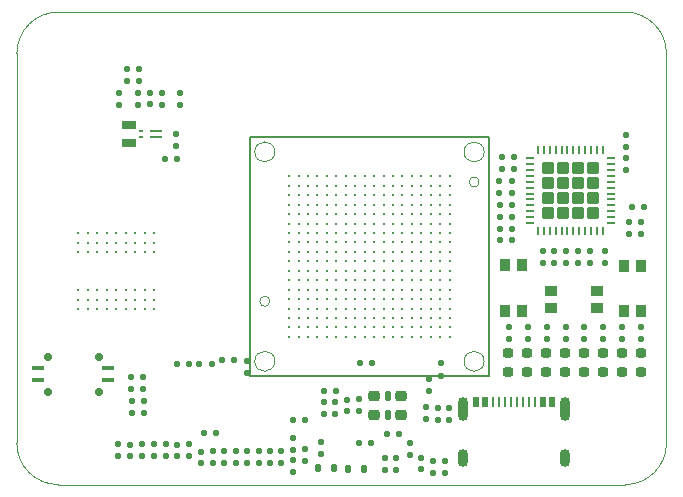
<source format=gtp>
G04 #@! TF.GenerationSoftware,KiCad,Pcbnew,9.0.1+dfsg-1*
G04 #@! TF.CreationDate,2025-07-10T12:54:23+02:00*
G04 #@! TF.ProjectId,ulx5m-gs,756c7835-6d2d-4677-932e-6b696361645f,rev?*
G04 #@! TF.SameCoordinates,Original*
G04 #@! TF.FileFunction,Paste,Top*
G04 #@! TF.FilePolarity,Positive*
%FSLAX46Y46*%
G04 Gerber Fmt 4.6, Leading zero omitted, Abs format (unit mm)*
G04 Created by KiCad (PCBNEW 9.0.1+dfsg-1) date 2025-07-10 12:54:23*
%MOMM*%
%LPD*%
G01*
G04 APERTURE LIST*
G04 Aperture macros list*
%AMRoundRect*
0 Rectangle with rounded corners*
0 $1 Rounding radius*
0 $2 $3 $4 $5 $6 $7 $8 $9 X,Y pos of 4 corners*
0 Add a 4 corners polygon primitive as box body*
4,1,4,$2,$3,$4,$5,$6,$7,$8,$9,$2,$3,0*
0 Add four circle primitives for the rounded corners*
1,1,$1+$1,$2,$3*
1,1,$1+$1,$4,$5*
1,1,$1+$1,$6,$7*
1,1,$1+$1,$8,$9*
0 Add four rect primitives between the rounded corners*
20,1,$1+$1,$2,$3,$4,$5,0*
20,1,$1+$1,$4,$5,$6,$7,0*
20,1,$1+$1,$6,$7,$8,$9,0*
20,1,$1+$1,$8,$9,$2,$3,0*%
G04 Aperture macros list end*
%ADD10C,0.150000*%
%ADD11C,0.100000*%
%ADD12RoundRect,0.110000X0.160000X-0.110000X0.160000X0.110000X-0.160000X0.110000X-0.160000X-0.110000X0*%
%ADD13RoundRect,0.110000X0.110000X0.160000X-0.110000X0.160000X-0.110000X-0.160000X0.110000X-0.160000X0*%
%ADD14RoundRect,0.115000X-0.145000X0.115000X-0.145000X-0.115000X0.145000X-0.115000X0.145000X0.115000X0*%
%ADD15RoundRect,0.193750X-0.231250X0.193750X-0.231250X-0.193750X0.231250X-0.193750X0.231250X0.193750X0*%
%ADD16RoundRect,0.115000X0.145000X-0.115000X0.145000X0.115000X-0.145000X0.115000X-0.145000X-0.115000X0*%
%ADD17C,0.300000*%
%ADD18R,1.050000X0.950000*%
%ADD19RoundRect,0.110000X-0.160000X0.110000X-0.160000X-0.110000X0.160000X-0.110000X0.160000X0.110000X0*%
%ADD20RoundRect,0.110000X-0.110000X-0.160000X0.110000X-0.160000X0.110000X0.160000X-0.110000X0.160000X0*%
%ADD21RoundRect,0.125000X0.125000X0.175000X-0.125000X0.175000X-0.125000X-0.175000X0.125000X-0.175000X0*%
%ADD22RoundRect,0.122500X0.147500X-0.122500X0.147500X0.122500X-0.147500X0.122500X-0.147500X-0.122500X0*%
%ADD23R,0.200000X0.900000*%
%ADD24R,0.500000X0.900000*%
%ADD25O,0.900000X1.500000*%
%ADD26O,0.900000X2.000000*%
%ADD27R,0.950000X1.050000*%
%ADD28RoundRect,0.250000X-0.270000X0.270000X-0.270000X-0.270000X0.270000X-0.270000X0.270000X0.270000X0*%
%ADD29RoundRect,0.037500X-0.037500X0.350000X-0.037500X-0.350000X0.037500X-0.350000X0.037500X0.350000X0*%
%ADD30RoundRect,0.037500X-0.350000X0.037500X-0.350000X-0.037500X0.350000X-0.037500X0.350000X0.037500X0*%
%ADD31RoundRect,0.225000X-0.250000X0.225000X-0.250000X-0.225000X0.250000X-0.225000X0.250000X0.225000X0*%
%ADD32RoundRect,0.137500X-0.137500X0.312500X-0.137500X-0.312500X0.137500X-0.312500X0.137500X0.312500X0*%
%ADD33RoundRect,0.100000X0.450000X0.100000X-0.450000X0.100000X-0.450000X-0.100000X0.450000X-0.100000X0*%
%ADD34RoundRect,0.150000X0.150000X0.150000X-0.150000X0.150000X-0.150000X-0.150000X0.150000X-0.150000X0*%
%ADD35R,0.103200X0.712800*%
%ADD36R,0.103200X0.408000*%
%ADD37R,0.992200X0.154000*%
%ADD38R,0.408000X0.154000*%
G04 #@! TA.AperFunction,Profile*
%ADD39C,0.100000*%
G04 #@! TD*
G04 APERTURE END LIST*
D10*
X78947500Y-68067500D02*
X99172500Y-68067500D01*
X99172500Y-88292500D01*
X78947500Y-88292500D01*
X78947500Y-68067500D01*
D11*
X69176602Y-67325000D02*
X68073401Y-67325000D01*
X68073401Y-66727000D01*
X69176602Y-66727000D01*
X69176602Y-67325000D01*
G36*
X69176602Y-67325000D02*
G01*
X68073401Y-67325000D01*
X68073401Y-66727000D01*
X69176602Y-66727000D01*
X69176602Y-67325000D01*
G37*
X69176602Y-68823000D02*
X68073401Y-68823000D01*
X68073401Y-68225000D01*
X69176602Y-68225000D01*
X69176602Y-68823000D01*
G36*
X69176602Y-68823000D02*
G01*
X68073401Y-68823000D01*
X68073401Y-68225000D01*
X69176602Y-68225000D01*
X69176602Y-68823000D01*
G37*
D12*
X73810000Y-95090000D03*
X73810000Y-94070000D03*
D13*
X101270000Y-70740000D03*
X100250000Y-70740000D03*
D14*
X93870000Y-90930000D03*
X93870000Y-91890000D03*
D15*
X107230000Y-86352500D03*
X107230000Y-87927500D03*
D16*
X76760000Y-95630000D03*
X76760000Y-94670000D03*
D17*
X82260000Y-71380000D03*
X83060000Y-71380000D03*
X83860000Y-71380000D03*
X84660000Y-71380000D03*
X85460000Y-71380000D03*
X86260000Y-71380000D03*
X87060000Y-71380000D03*
X87860000Y-71380000D03*
X88660000Y-71380000D03*
X89460000Y-71380000D03*
X90260000Y-71380000D03*
X91060000Y-71380000D03*
X91860000Y-71380000D03*
X92660000Y-71380000D03*
X93460000Y-71380000D03*
X94260000Y-71380000D03*
X95060000Y-71380000D03*
X95860000Y-71380000D03*
X82260000Y-72180000D03*
X83060000Y-72180000D03*
X83860000Y-72180000D03*
X84660000Y-72180000D03*
X85460000Y-72180000D03*
X86260000Y-72180000D03*
X87060000Y-72180000D03*
X87860000Y-72180000D03*
X88660000Y-72180000D03*
X89460000Y-72180000D03*
X90260000Y-72180000D03*
X91060000Y-72180000D03*
X91860000Y-72180000D03*
X92660000Y-72180000D03*
X93460000Y-72180000D03*
X94260000Y-72180000D03*
X95060000Y-72180000D03*
X95860000Y-72180000D03*
X82260000Y-72980000D03*
X83060000Y-72980000D03*
X83860000Y-72980000D03*
X84660000Y-72980000D03*
X85460000Y-72980000D03*
X86260000Y-72980000D03*
X87060000Y-72980000D03*
X87860000Y-72980000D03*
X88660000Y-72980000D03*
X89460000Y-72980000D03*
X90260000Y-72980000D03*
X91060000Y-72980000D03*
X91860000Y-72980000D03*
X92660000Y-72980000D03*
X93460000Y-72980000D03*
X94260000Y-72980000D03*
X95060000Y-72980000D03*
X95860000Y-72980000D03*
X82260000Y-73780000D03*
X83060000Y-73780000D03*
X83860000Y-73780000D03*
X84660000Y-73780000D03*
X85460000Y-73780000D03*
X86260000Y-73780000D03*
X87060000Y-73780000D03*
X87860000Y-73780000D03*
X88660000Y-73780000D03*
X89460000Y-73780000D03*
X90260000Y-73780000D03*
X91060000Y-73780000D03*
X91860000Y-73780000D03*
X92660000Y-73780000D03*
X93460000Y-73780000D03*
X94260000Y-73780000D03*
X95060000Y-73780000D03*
X95860000Y-73780000D03*
X82260000Y-74580000D03*
X83060000Y-74580000D03*
X83860000Y-74580000D03*
X84660000Y-74580000D03*
X85460000Y-74580000D03*
X86260000Y-74580000D03*
X87060000Y-74580000D03*
X87860000Y-74580000D03*
X88660000Y-74580000D03*
X89460000Y-74580000D03*
X90260000Y-74580000D03*
X91060000Y-74580000D03*
X91860000Y-74580000D03*
X92660000Y-74580000D03*
X93460000Y-74580000D03*
X94260000Y-74580000D03*
X95060000Y-74580000D03*
X95860000Y-74580000D03*
X82260000Y-75380000D03*
X83060000Y-75380000D03*
X83860000Y-75380000D03*
X84660000Y-75380000D03*
X85460000Y-75380000D03*
X86260000Y-75380000D03*
X87060000Y-75380000D03*
X87860000Y-75380000D03*
X88660000Y-75380000D03*
X89460000Y-75380000D03*
X90260000Y-75380000D03*
X91060000Y-75380000D03*
X91860000Y-75380000D03*
X92660000Y-75380000D03*
X93460000Y-75380000D03*
X94260000Y-75380000D03*
X95060000Y-75380000D03*
X95860000Y-75380000D03*
X82260000Y-76180000D03*
X83060000Y-76180000D03*
X83860000Y-76180000D03*
X84660000Y-76180000D03*
X85460000Y-76180000D03*
X86260000Y-76180000D03*
X87060000Y-76180000D03*
X87860000Y-76180000D03*
X88660000Y-76180000D03*
X89460000Y-76180000D03*
X90260000Y-76180000D03*
X91060000Y-76180000D03*
X91860000Y-76180000D03*
X92660000Y-76180000D03*
X93460000Y-76180000D03*
X94260000Y-76180000D03*
X95060000Y-76180000D03*
X95860000Y-76180000D03*
X82260000Y-76980000D03*
X83060000Y-76980000D03*
X83860000Y-76980000D03*
X84660000Y-76980000D03*
X85460000Y-76980000D03*
X86260000Y-76980000D03*
X87060000Y-76980000D03*
X87860000Y-76980000D03*
X88660000Y-76980000D03*
X89460000Y-76980000D03*
X90260000Y-76980000D03*
X91060000Y-76980000D03*
X91860000Y-76980000D03*
X92660000Y-76980000D03*
X93460000Y-76980000D03*
X94260000Y-76980000D03*
X95060000Y-76980000D03*
X95860000Y-76980000D03*
X82260000Y-77780000D03*
X83060000Y-77780000D03*
X83860000Y-77780000D03*
X84660000Y-77780000D03*
X85460000Y-77780000D03*
X86260000Y-77780000D03*
X87060000Y-77780000D03*
X87860000Y-77780000D03*
X88660000Y-77780000D03*
X89460000Y-77780000D03*
X90260000Y-77780000D03*
X91060000Y-77780000D03*
X91860000Y-77780000D03*
X92660000Y-77780000D03*
X93460000Y-77780000D03*
X94260000Y-77780000D03*
X95060000Y-77780000D03*
X95860000Y-77780000D03*
X82260000Y-78580000D03*
X83060000Y-78580000D03*
X83860000Y-78580000D03*
X84660000Y-78580000D03*
X85460000Y-78580000D03*
X86260000Y-78580000D03*
X87060000Y-78580000D03*
X87860000Y-78580000D03*
X88660000Y-78580000D03*
X89460000Y-78580000D03*
X90260000Y-78580000D03*
X91060000Y-78580000D03*
X91860000Y-78580000D03*
X92660000Y-78580000D03*
X93460000Y-78580000D03*
X94260000Y-78580000D03*
X95060000Y-78580000D03*
X95860000Y-78580000D03*
X82260000Y-79380000D03*
X83060000Y-79380000D03*
X83860000Y-79380000D03*
X84660000Y-79380000D03*
X85460000Y-79380000D03*
X86260000Y-79380000D03*
X87060000Y-79380000D03*
X87860000Y-79380000D03*
X88660000Y-79380000D03*
X89460000Y-79380000D03*
X90260000Y-79380000D03*
X91060000Y-79380000D03*
X91860000Y-79380000D03*
X92660000Y-79380000D03*
X93460000Y-79380000D03*
X94260000Y-79380000D03*
X95060000Y-79380000D03*
X95860000Y-79380000D03*
X82260000Y-80180000D03*
X83060000Y-80180000D03*
X83860000Y-80180000D03*
X84660000Y-80180000D03*
X85460000Y-80180000D03*
X86260000Y-80180000D03*
X87060000Y-80180000D03*
X87860000Y-80180000D03*
X88660000Y-80180000D03*
X89460000Y-80180000D03*
X90260000Y-80180000D03*
X91060000Y-80180000D03*
X91860000Y-80180000D03*
X92660000Y-80180000D03*
X93460000Y-80180000D03*
X94260000Y-80180000D03*
X95060000Y-80180000D03*
X95860000Y-80180000D03*
X82260000Y-80980000D03*
X83060000Y-80980000D03*
X83860000Y-80980000D03*
X84660000Y-80980000D03*
X85460000Y-80980000D03*
X86260000Y-80980000D03*
X87060000Y-80980000D03*
X87860000Y-80980000D03*
X88660000Y-80980000D03*
X89460000Y-80980000D03*
X90260000Y-80980000D03*
X91060000Y-80980000D03*
X91860000Y-80980000D03*
X92660000Y-80980000D03*
X93460000Y-80980000D03*
X94260000Y-80980000D03*
X95060000Y-80980000D03*
X95860000Y-80980000D03*
X82260000Y-81780000D03*
X83060000Y-81780000D03*
X83860000Y-81780000D03*
X84660000Y-81780000D03*
X85460000Y-81780000D03*
X86260000Y-81780000D03*
X87060000Y-81780000D03*
X87860000Y-81780000D03*
X88660000Y-81780000D03*
X89460000Y-81780000D03*
X90260000Y-81780000D03*
X91060000Y-81780000D03*
X91860000Y-81780000D03*
X92660000Y-81780000D03*
X93460000Y-81780000D03*
X94260000Y-81780000D03*
X95060000Y-81780000D03*
X95860000Y-81780000D03*
X82260000Y-82580000D03*
X83060000Y-82580000D03*
X83860000Y-82580000D03*
X84660000Y-82580000D03*
X85460000Y-82580000D03*
X86260000Y-82580000D03*
X87060000Y-82580000D03*
X87860000Y-82580000D03*
X88660000Y-82580000D03*
X89460000Y-82580000D03*
X90260000Y-82580000D03*
X91060000Y-82580000D03*
X91860000Y-82580000D03*
X92660000Y-82580000D03*
X93460000Y-82580000D03*
X94260000Y-82580000D03*
X95060000Y-82580000D03*
X95860000Y-82580000D03*
X82260000Y-83380000D03*
X83060000Y-83380000D03*
X83860000Y-83380000D03*
X84660000Y-83380000D03*
X85460000Y-83380000D03*
X86260000Y-83380000D03*
X87060000Y-83380000D03*
X87860000Y-83380000D03*
X88660000Y-83380000D03*
X89460000Y-83380000D03*
X90260000Y-83380000D03*
X91060000Y-83380000D03*
X91860000Y-83380000D03*
X92660000Y-83380000D03*
X93460000Y-83380000D03*
X94260000Y-83380000D03*
X95060000Y-83380000D03*
X95860000Y-83380000D03*
X82260000Y-84180000D03*
X83060000Y-84180000D03*
X83860000Y-84180000D03*
X84660000Y-84180000D03*
X85460000Y-84180000D03*
X86260000Y-84180000D03*
X87060000Y-84180000D03*
X87860000Y-84180000D03*
X88660000Y-84180000D03*
X89460000Y-84180000D03*
X90260000Y-84180000D03*
X91060000Y-84180000D03*
X91860000Y-84180000D03*
X92660000Y-84180000D03*
X93460000Y-84180000D03*
X94260000Y-84180000D03*
X95060000Y-84180000D03*
X95860000Y-84180000D03*
X82260000Y-84980000D03*
X83060000Y-84980000D03*
X83860000Y-84980000D03*
X84660000Y-84980000D03*
X85460000Y-84980000D03*
X86260000Y-84980000D03*
X87060000Y-84980000D03*
X87860000Y-84980000D03*
X88660000Y-84980000D03*
X89460000Y-84980000D03*
X90260000Y-84980000D03*
X91060000Y-84980000D03*
X91860000Y-84980000D03*
X92660000Y-84980000D03*
X93460000Y-84980000D03*
X94260000Y-84980000D03*
X95060000Y-84980000D03*
X95860000Y-84980000D03*
D16*
X81610000Y-95630000D03*
X81610000Y-94670000D03*
D13*
X112045000Y-75290000D03*
X111025000Y-75290000D03*
D15*
X112030000Y-86352500D03*
X112030000Y-87927500D03*
D16*
X87160000Y-91240000D03*
X87160000Y-90280000D03*
D18*
X108298748Y-82540000D03*
X104448748Y-82540000D03*
X108298748Y-81090000D03*
X104448748Y-81090000D03*
D12*
X105670000Y-85157500D03*
X105670000Y-84137500D03*
D14*
X90370000Y-95250000D03*
X90370000Y-96210000D03*
D19*
X95430000Y-95500000D03*
X95430000Y-96520000D03*
D16*
X70505001Y-65287000D03*
X70505001Y-64327000D03*
D19*
X103715000Y-77690000D03*
X103715000Y-78710000D03*
D20*
X88260000Y-87210000D03*
X89280000Y-87210000D03*
D13*
X73750000Y-87280000D03*
X72730000Y-87280000D03*
D19*
X110775000Y-69820000D03*
X110775000Y-70840000D03*
X95150000Y-87230000D03*
X95150000Y-88250000D03*
D16*
X80640000Y-95630000D03*
X80640000Y-94670000D03*
D19*
X78660000Y-87030000D03*
X78660000Y-88050000D03*
D12*
X107260000Y-85157500D03*
X107260000Y-84137500D03*
D16*
X77730000Y-95630000D03*
X77730000Y-94670000D03*
D20*
X88140000Y-93990000D03*
X89160000Y-93990000D03*
D16*
X72695000Y-68775000D03*
X72695000Y-67815000D03*
D12*
X104080000Y-85157500D03*
X104080000Y-84137500D03*
D15*
X100830000Y-86352500D03*
X100830000Y-87927500D03*
D17*
X70821722Y-76220000D03*
X70821722Y-77020000D03*
X70821722Y-77820000D03*
X70821722Y-81020000D03*
X70821722Y-81820000D03*
X70821722Y-82620000D03*
X70021722Y-76220000D03*
X70021722Y-77020000D03*
X70021722Y-77820000D03*
X70021722Y-81020000D03*
X70021722Y-81820000D03*
X70021722Y-82620000D03*
X69221722Y-76220000D03*
X69221722Y-77020000D03*
X69221722Y-77820000D03*
X69221722Y-81020000D03*
X69221722Y-81820000D03*
X69221722Y-82620000D03*
X68421722Y-76220000D03*
X68421722Y-77020000D03*
X68421722Y-77820000D03*
X68421722Y-81020000D03*
X68421722Y-81820000D03*
X68421722Y-82620000D03*
X67621722Y-76220000D03*
X67621722Y-77020000D03*
X67621722Y-77820000D03*
X67621722Y-81020000D03*
X67621722Y-81820000D03*
X67621722Y-82620000D03*
X66821722Y-76220000D03*
X66821722Y-77020000D03*
X66821722Y-77820000D03*
X66821722Y-81020000D03*
X66821722Y-81820000D03*
X66821722Y-82620000D03*
X66021722Y-76220000D03*
X66021722Y-77020000D03*
X66021722Y-77820000D03*
X66021722Y-81020000D03*
X66021722Y-81820000D03*
X66021722Y-82620000D03*
X65221722Y-76220000D03*
X65221722Y-77020000D03*
X65221722Y-77820000D03*
X65221722Y-81020000D03*
X65221722Y-81820000D03*
X65221722Y-82620000D03*
X64421722Y-76220000D03*
X64421722Y-77020000D03*
X64421722Y-77820000D03*
X64421722Y-81020000D03*
X64421722Y-81820000D03*
X64421722Y-82620000D03*
D15*
X102430000Y-86352500D03*
X102430000Y-87927500D03*
D16*
X74810000Y-95650000D03*
X74810000Y-94690000D03*
D14*
X93440000Y-95230000D03*
X93440000Y-96190000D03*
D12*
X69495001Y-65327000D03*
X69495001Y-64307000D03*
D15*
X105630000Y-86352500D03*
X105630000Y-87927500D03*
D21*
X87220000Y-96130000D03*
X88620000Y-96130000D03*
D22*
X72810000Y-95067500D03*
X72810000Y-94097500D03*
D19*
X71814887Y-94072128D03*
X71814887Y-95092128D03*
D12*
X100900000Y-85157500D03*
X100900000Y-84137500D03*
D15*
X110430000Y-86352500D03*
X110430000Y-87927500D03*
X108830000Y-86352500D03*
X108830000Y-87927500D03*
D20*
X90540000Y-93180000D03*
X91560000Y-93180000D03*
D12*
X110440000Y-85157500D03*
X110440000Y-84137500D03*
D14*
X91310000Y-95250000D03*
X91310000Y-96210000D03*
D16*
X82580000Y-94530000D03*
X82580000Y-93570000D03*
D13*
X86220000Y-89580000D03*
X85200000Y-89580000D03*
D23*
X100050000Y-90513750D03*
X101050000Y-90513750D03*
X101550000Y-90513750D03*
X102550000Y-90513750D03*
X103050000Y-90513750D03*
X102050000Y-90513750D03*
X100550000Y-90513750D03*
X99550000Y-90513750D03*
D24*
X98075000Y-90513750D03*
X104525000Y-90513750D03*
D25*
X96982000Y-95268750D03*
D26*
X96982000Y-91088750D03*
X105618000Y-91088750D03*
D25*
X105618000Y-95268750D03*
D24*
X98850000Y-90513750D03*
X103750000Y-90513750D03*
D19*
X83580000Y-94480000D03*
X83580000Y-95500000D03*
D13*
X112045000Y-76300000D03*
X111025000Y-76300000D03*
X101120000Y-74810000D03*
X100100000Y-74810000D03*
D19*
X82590000Y-95430000D03*
X82590000Y-96450000D03*
X105725000Y-77680000D03*
X105725000Y-78700000D03*
D13*
X101120000Y-76810000D03*
X100100000Y-76810000D03*
D14*
X85210000Y-90530000D03*
X85210000Y-91490000D03*
D13*
X101090000Y-72810000D03*
X100070000Y-72810000D03*
D19*
X70784887Y-94072128D03*
X70784887Y-95092128D03*
D22*
X68760000Y-95070000D03*
X68760000Y-94100000D03*
D13*
X101270000Y-69740000D03*
X100250000Y-69740000D03*
D19*
X110775000Y-67900000D03*
X110775000Y-68920000D03*
D13*
X69515001Y-62337000D03*
X68495001Y-62337000D03*
D19*
X106725000Y-77680000D03*
X106725000Y-78700000D03*
D27*
X112065000Y-78945000D03*
X112065000Y-82795000D03*
X110615000Y-78945000D03*
X110615000Y-82795000D03*
D16*
X88140000Y-91230000D03*
X88140000Y-90270000D03*
D19*
X109005000Y-77690000D03*
X109005000Y-78710000D03*
D14*
X86180000Y-90530000D03*
X86180000Y-91490000D03*
D13*
X101090000Y-71810000D03*
X100070000Y-71810000D03*
D12*
X95780000Y-92000000D03*
X95780000Y-90980000D03*
D19*
X71515001Y-64327000D03*
X71515001Y-65347000D03*
D12*
X94840000Y-92000000D03*
X94840000Y-90980000D03*
D19*
X67760000Y-94070000D03*
X67760000Y-95090000D03*
D20*
X68920000Y-90390000D03*
X69940000Y-90390000D03*
X68880000Y-89380000D03*
X69900000Y-89380000D03*
D19*
X107725000Y-77690000D03*
X107725000Y-78710000D03*
D21*
X84680000Y-96120000D03*
X86080000Y-96120000D03*
D19*
X84970000Y-93850000D03*
X84970000Y-94870000D03*
D12*
X108850000Y-85157500D03*
X108850000Y-84137500D03*
X102490000Y-85157500D03*
X102490000Y-84137500D03*
X67885001Y-65347000D03*
X67885001Y-64327000D03*
D28*
X108007500Y-70655000D03*
X106717500Y-70655000D03*
X105427500Y-70655000D03*
X104137500Y-70655000D03*
X108007500Y-71945000D03*
X106717500Y-71945000D03*
X105427500Y-71945000D03*
X104137500Y-71945000D03*
X108007500Y-73235000D03*
X106717500Y-73235000D03*
X105427500Y-73235000D03*
X104137500Y-73235000D03*
X108007500Y-74525000D03*
X106717500Y-74525000D03*
X105427500Y-74525000D03*
X104137500Y-74525000D03*
D29*
X108822500Y-69152500D03*
X108322500Y-69152500D03*
X107822500Y-69152500D03*
X107322500Y-69152500D03*
X106822500Y-69152500D03*
X106322500Y-69152500D03*
X105822500Y-69152500D03*
X105322500Y-69152500D03*
X104822500Y-69152500D03*
X104322500Y-69152500D03*
X103822500Y-69152500D03*
X103322500Y-69152500D03*
D30*
X102635000Y-69840000D03*
X102635000Y-70340000D03*
X102635000Y-70840000D03*
X102635000Y-71340000D03*
X102635000Y-71840000D03*
X102635000Y-72340000D03*
X102635000Y-72840000D03*
X102635000Y-73340000D03*
X102635000Y-73840000D03*
X102635000Y-74340000D03*
X102635000Y-74840000D03*
X102635000Y-75340000D03*
D29*
X103322500Y-76027500D03*
X103822500Y-76027500D03*
X104322500Y-76027500D03*
X104822500Y-76027500D03*
X105322500Y-76027500D03*
X105822500Y-76027500D03*
X106322500Y-76027500D03*
X106822500Y-76027500D03*
X107322500Y-76027500D03*
X107822500Y-76027500D03*
X108322500Y-76027500D03*
X108822500Y-76027500D03*
D30*
X109510000Y-75340000D03*
X109510000Y-74840000D03*
X109510000Y-74340000D03*
X109510000Y-73840000D03*
X109510000Y-73340000D03*
X109510000Y-72840000D03*
X109510000Y-72340000D03*
X109510000Y-71840000D03*
X109510000Y-71340000D03*
X109510000Y-70840000D03*
X109510000Y-70340000D03*
X109510000Y-69840000D03*
D31*
X91725000Y-89970000D03*
D32*
X90600000Y-89970000D03*
D31*
X89475000Y-89970000D03*
X89475000Y-91570000D03*
D32*
X90600000Y-91570000D03*
D31*
X91725000Y-91570000D03*
D13*
X69515001Y-63347000D03*
X68495001Y-63347000D03*
D27*
X101955000Y-78905000D03*
X101955000Y-82755000D03*
X100505000Y-78905000D03*
X100505000Y-82755000D03*
D12*
X94430000Y-96510000D03*
X94430000Y-95490000D03*
D33*
X66940000Y-88640000D03*
X66940000Y-87640000D03*
X61040000Y-87640000D03*
X61040000Y-88640000D03*
D34*
X66140000Y-89640000D03*
X66140000Y-86640000D03*
X61840000Y-89640000D03*
X61840000Y-86640000D03*
D19*
X69770000Y-94070000D03*
X69770000Y-95090000D03*
D16*
X78690000Y-95630000D03*
X78690000Y-94670000D03*
D13*
X69940000Y-91410000D03*
X68920000Y-91410000D03*
D16*
X75780000Y-95640000D03*
X75780000Y-94680000D03*
D13*
X101120000Y-75810000D03*
X100100000Y-75810000D03*
X101120000Y-73810000D03*
X100100000Y-73810000D03*
X77620000Y-86970000D03*
X76600000Y-86970000D03*
X69890000Y-88370000D03*
X68870000Y-88370000D03*
D12*
X112030000Y-85157500D03*
X112030000Y-84137500D03*
D19*
X94140000Y-88530000D03*
X94140000Y-89550000D03*
D20*
X75040000Y-93090000D03*
X76060000Y-93090000D03*
D19*
X104715000Y-77690000D03*
X104715000Y-78710000D03*
D13*
X75690000Y-87270000D03*
X74670000Y-87270000D03*
D12*
X73045000Y-65325000D03*
X73045000Y-64305000D03*
D20*
X82610000Y-92040000D03*
X83630000Y-92040000D03*
D15*
X104030000Y-86352500D03*
X104030000Y-87927500D03*
D35*
X70875001Y-66625000D03*
X70425002Y-66625000D03*
X69975000Y-66625000D03*
X69525001Y-66625000D03*
D36*
X69075002Y-66473000D03*
X68625000Y-66473000D03*
X68175001Y-66473000D03*
X68175001Y-69077000D03*
X68625000Y-69077000D03*
X69075002Y-69077000D03*
D35*
X69525001Y-68925000D03*
X69975000Y-68925000D03*
X70425002Y-68925000D03*
X70875001Y-68925000D03*
D37*
X71025001Y-68025000D03*
X71025001Y-67525000D03*
D38*
X69750002Y-67525000D03*
X69750002Y-68025000D03*
D16*
X79670000Y-95630000D03*
X79670000Y-94670000D03*
D13*
X112335000Y-73950000D03*
X111315000Y-73950000D03*
D14*
X92460000Y-94000000D03*
X92460000Y-94960000D03*
D13*
X72810000Y-69890000D03*
X71790000Y-69890000D03*
D39*
X62710000Y-57480000D02*
X110710000Y-57480000D01*
X98772500Y-87042500D02*
G75*
G02*
X97072500Y-87042500I-850000J0D01*
G01*
X97072500Y-87042500D02*
G75*
G02*
X98772500Y-87042500I850000J0D01*
G01*
X62710000Y-97480000D02*
X110710000Y-97480000D01*
X114210000Y-93980000D02*
G75*
G02*
X110710000Y-97480000I-3500000J0D01*
G01*
X110710000Y-57480000D02*
G75*
G02*
X114210000Y-60980000I0J-3500000D01*
G01*
X114210000Y-93980000D02*
X114210000Y-60980000D01*
X81047500Y-69317500D02*
G75*
G02*
X79347500Y-69317500I-850000J0D01*
G01*
X79347500Y-69317500D02*
G75*
G02*
X81047500Y-69317500I850000J0D01*
G01*
X59210000Y-60980000D02*
G75*
G02*
X62710000Y-57480000I3500000J0D01*
G01*
X80622500Y-81962500D02*
G75*
G02*
X79772500Y-81962500I-425000J0D01*
G01*
X79772500Y-81962500D02*
G75*
G02*
X80622500Y-81962500I425000J0D01*
G01*
X98347500Y-71857500D02*
G75*
G02*
X97497500Y-71857500I-425000J0D01*
G01*
X97497500Y-71857500D02*
G75*
G02*
X98347500Y-71857500I425000J0D01*
G01*
X62710000Y-97480000D02*
G75*
G02*
X59210000Y-93980000I0J3500000D01*
G01*
X81047500Y-87042500D02*
G75*
G02*
X79347500Y-87042500I-850000J0D01*
G01*
X79347500Y-87042500D02*
G75*
G02*
X81047500Y-87042500I850000J0D01*
G01*
X98772500Y-69317500D02*
G75*
G02*
X97072500Y-69317500I-850000J0D01*
G01*
X97072500Y-69317500D02*
G75*
G02*
X98772500Y-69317500I850000J0D01*
G01*
X59210000Y-60980000D02*
X59210000Y-93980000D01*
M02*

</source>
